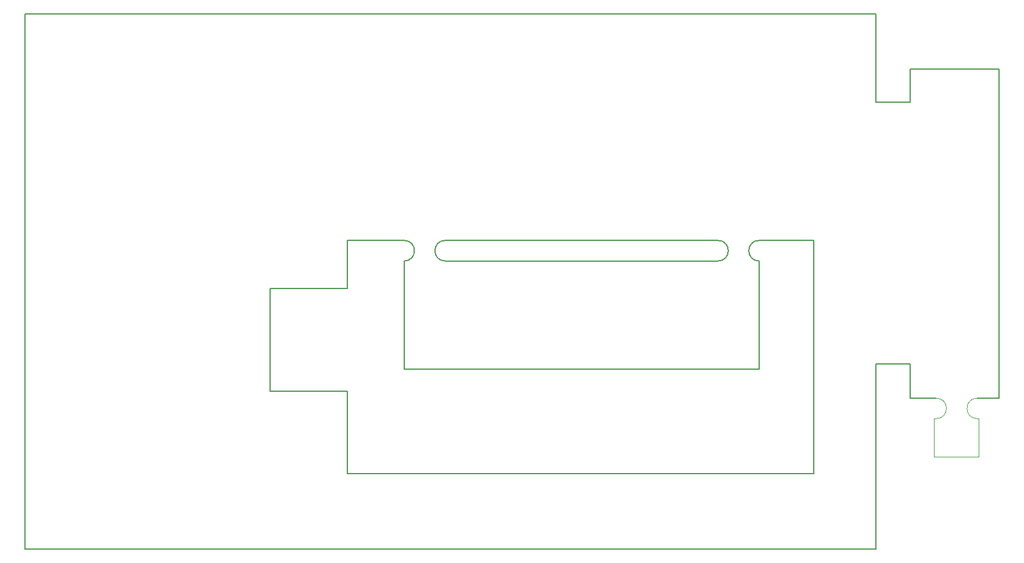
<source format=gbr>
G04 #@! TF.GenerationSoftware,KiCad,Pcbnew,6.0.5-a6ca702e91~116~ubuntu20.04.1*
G04 #@! TF.CreationDate,2022-05-16T06:16:44+02:00*
G04 #@! TF.ProjectId,mainboard,6d61696e-626f-4617-9264-2e6b69636164,rev?*
G04 #@! TF.SameCoordinates,Original*
G04 #@! TF.FileFunction,Profile,NP*
%FSLAX46Y46*%
G04 Gerber Fmt 4.6, Leading zero omitted, Abs format (unit mm)*
G04 Created by KiCad (PCBNEW 6.0.5-a6ca702e91~116~ubuntu20.04.1) date 2022-05-16 06:16:44*
%MOMM*%
%LPD*%
G01*
G04 APERTURE LIST*
G04 #@! TA.AperFunction,Profile*
%ADD10C,0.200000*%
G04 #@! TD*
G04 #@! TA.AperFunction,Profile*
%ADD11C,0.050000*%
G04 #@! TD*
G04 APERTURE END LIST*
D10*
X77860000Y-56400000D02*
X201860000Y-56400000D01*
X77860000Y-56400000D02*
X77860000Y-134400000D01*
X77860000Y-134400000D02*
X201860000Y-134400000D01*
X201860000Y-69200000D02*
X201860000Y-56400000D01*
X178860000Y-92400000D02*
G75*
G03*
X178860000Y-89400000I0J1500000D01*
G01*
X133110000Y-92400000D02*
G75*
G03*
X133110000Y-89400000I0J1500000D01*
G01*
X178860000Y-92400000D02*
X139110000Y-92400000D01*
X219860000Y-112400000D02*
X216660000Y-112400000D01*
X184860000Y-92400000D02*
X184860000Y-108150000D01*
X113610000Y-96400000D02*
X113610000Y-111400000D01*
X113610000Y-111400000D02*
X124860000Y-111400000D01*
X124860000Y-89400000D02*
X133110000Y-89400000D01*
X184860000Y-89400000D02*
G75*
G03*
X184860000Y-92400000I0J-1500000D01*
G01*
X124860000Y-111400000D02*
X124860000Y-123400000D01*
X201860000Y-107400000D02*
X201860000Y-134400000D01*
X192860000Y-123400000D02*
X124860000Y-123400000D01*
X219860000Y-64400000D02*
X219860000Y-112400000D01*
D11*
X216860000Y-115400000D02*
X216660000Y-115400000D01*
D10*
X192860000Y-123400000D02*
X192860000Y-89400000D01*
X139110000Y-89400000D02*
G75*
G03*
X139110000Y-92400000I0J-1500000D01*
G01*
D11*
X216860000Y-121000000D02*
X216860000Y-115400000D01*
X216660000Y-112400000D02*
G75*
G03*
X216660000Y-115400000I0J-1500000D01*
G01*
D10*
X133110000Y-108150000D02*
X133110000Y-92400000D01*
X192860000Y-89400000D02*
X184860000Y-89400000D01*
D11*
X210660000Y-115400000D02*
G75*
G03*
X210660000Y-112400000I0J1500000D01*
G01*
D10*
X206860000Y-112400000D02*
X210660000Y-112400000D01*
D11*
X210360000Y-115400000D02*
X210660000Y-115400000D01*
D10*
X124860000Y-96400000D02*
X113610000Y-96400000D01*
X206860000Y-107400000D02*
X201860000Y-107400000D01*
X184860000Y-108150000D02*
X133110000Y-108150000D01*
X206860000Y-107400000D02*
X206860000Y-112400000D01*
X139110000Y-89400000D02*
X178860000Y-89400000D01*
D11*
X210360000Y-115400000D02*
X210360000Y-121000000D01*
D10*
X124860000Y-89400000D02*
X124860000Y-96400000D01*
X206860000Y-69200000D02*
X206860000Y-64400000D01*
X206860000Y-64400000D02*
X219860000Y-64400000D01*
D11*
X210360000Y-121000000D02*
X216860000Y-121000000D01*
D10*
X201860000Y-69200000D02*
X206860000Y-69200000D01*
M02*

</source>
